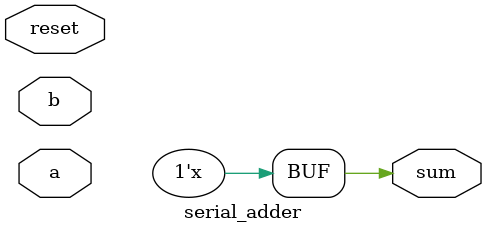
<source format=v>
module serial_adder(a , b, reset,  sum);
    input a, b;
    input reset;
    output reg sum;
    reg state; // the only state is previous carry
    parameter s0 = 0, s1 = 1;
    reg PS;
    // always @(posedge reset)
    // begin
    //     if(reset)
    //         PS <= 0;    
    //     else 
    //         PS <= NS;
    // end
    always @(*)
    begin
        if(reset)
            PS <= s0;
        else
        begin
            case(PS)
                s0 : begin
                        sum  = (a ^ b);
                        PS = (a & b) ? s1 : s0;
                    end
                s1 : begin
                        sum = ~(a ^ b);
                        PS = (a | b) ? s1 : s0;
                    end
            endcase
        end
    end
endmodule
</source>
